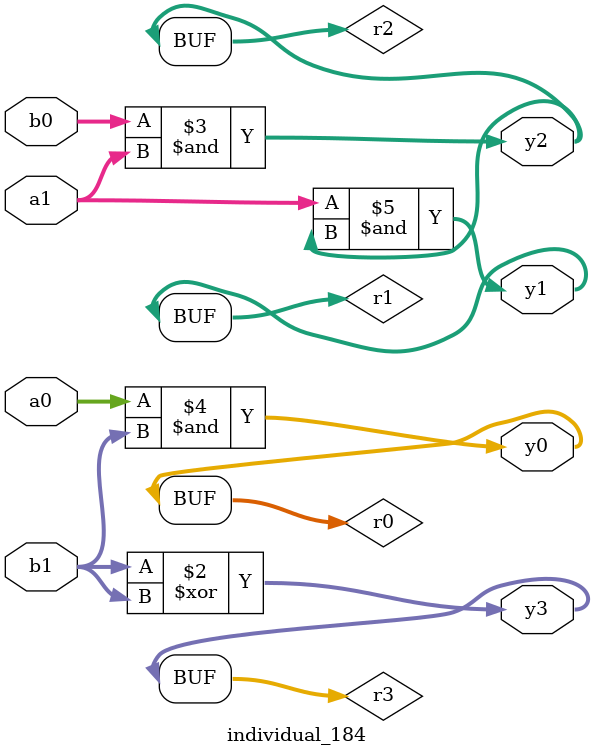
<source format=sv>
module individual_184(input logic [15:0] a1, input logic [15:0] a0, input logic [15:0] b1, input logic [15:0] b0, output logic [15:0] y3, output logic [15:0] y2, output logic [15:0] y1, output logic [15:0] y0);
logic [15:0] r0, r1, r2, r3; 
 always@(*) begin 
	 r0 = a0; r1 = a1; r2 = b0; r3 = b1; 
 	 r3  ^=  b1 ;
 	 r2  &=  a1 ;
 	 r0  &=  b1 ;
 	 r1  &=  r2 ;
 	 y3 = r3; y2 = r2; y1 = r1; y0 = r0; 
end
endmodule
</source>
